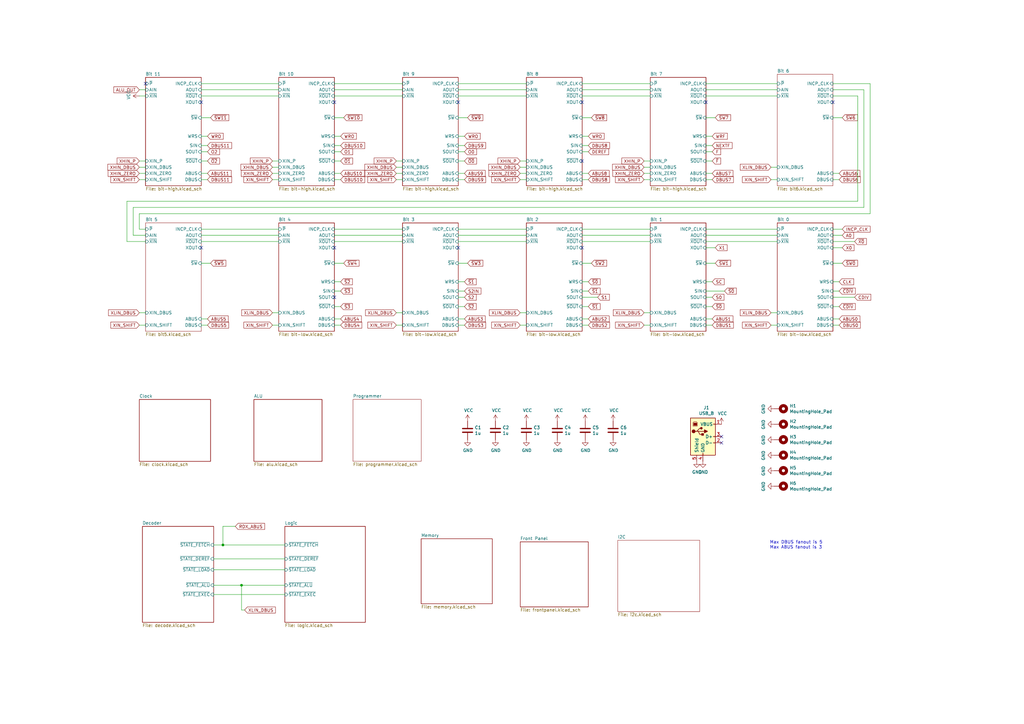
<source format=kicad_sch>
(kicad_sch (version 20210126) (generator eeschema)
  (paper "A3")
  (title_block (title "Q2") (date "2021-02-05") (rev "1") (company "joewing.net"))
  (lib_symbols
    (symbol "Connector:USB_B" (pin_names (offset 1.016))
      (property "Reference" "J" (at -5.08 11.43 0))
      (property "Value" "USB_B" (at -5.08 8.89 0))
      (symbol "USB_B_0_1"
        (circle (center -3.81 2.159) (radius 0.635) (stroke (width 0.254)) (fill (type outline)))
        (circle (center -0.635 3.429) (radius 0.381) (stroke (width 0.254)) (fill (type outline)))
        (rectangle (start -0.127 -7.62) (end 0.127 -6.858))
        (rectangle (start 5.08 -2.667) (end 4.318 -2.413))
        (rectangle (start 5.08 -0.127) (end 4.318 0.127))
        (rectangle (start 5.08 4.953) (end 4.318 5.207))
        (rectangle (start -3.81 5.588) (end -2.54 4.572) (fill (type outline)))
        (rectangle (start 0.254 1.27) (end -0.508 0.508) (stroke (width 0.254)) (fill (type outline)))
        (rectangle (start -5.08 -7.62) (end 5.08 7.62) (stroke (width 0.254)) (fill (type background)))
        (polyline (pts (xy -1.905 2.159) (xy 0.635 2.159)) (stroke (width 0.254)))
        (polyline (pts (xy -3.175 2.159) (xy -2.54 2.159) (xy -1.27 3.429) (xy -0.635 3.429)) (stroke (width 0.254)))
        (polyline (pts (xy -2.54 2.159) (xy -1.905 2.159) (xy -1.27 0.889) (xy 0 0.889)) (stroke (width 0.254)))
        (polyline (pts (xy -4.064 4.318) (xy -2.286 4.318) (xy -2.286 5.715) (xy -2.667 6.096) (xy -3.683 6.096) (xy -4.064 5.715) (xy -4.064 4.318)))
        (polyline (pts (xy 0.635 2.794) (xy 0.635 1.524) (xy 1.905 2.159) (xy 0.635 2.794)) (stroke (width 0.254)) (fill (type outline)))
      )
      (symbol "USB_B_1_1"
        (pin power_out line (at 7.62 5.08 180) (length 2.54) (name "VBUS") (number "1"))
        (pin bidirectional line (at 7.62 -2.54 180) (length 2.54) (name "D-") (number "2"))
        (pin bidirectional line (at 7.62 0 180) (length 2.54) (name "D+") (number "3"))
        (pin power_out line (at 0 -10.16 90) (length 2.54) (name "GND") (number "4"))
        (pin passive line (at -2.54 -10.16 90) (length 2.54) (name "Shield") (number "5"))
      )
    )
    (symbol "Device:C" (pin_numbers hide) (pin_names (offset 0.254))
      (property "Reference" "C" (at 0.635 2.54 0))
      (property "Value" "C" (at 0.635 -2.54 0))
      (symbol "C_0_1"
        (polyline (pts (xy -2.032 -0.762) (xy 2.032 -0.762)) (stroke (width 0.508)))
        (polyline (pts (xy -2.032 0.762) (xy 2.032 0.762)) (stroke (width 0.508)))
      )
      (symbol "C_1_1"
        (pin passive line (at 0 3.81 270) (length 2.794) (name "~") (number "1"))
        (pin passive line (at 0 -3.81 90) (length 2.794) (name "~") (number "2"))
      )
    )
    (symbol "Mechanical:MountingHole_Pad" (pin_numbers hide) (pin_names (offset 1.016) hide)
      (property "Reference" "H" (at 0 6.35 0))
      (property "Value" "MountingHole_Pad" (at 0 4.445 0))
      (symbol "MountingHole_Pad_0_1"
        (circle (center 0 1.27) (radius 1.27) (stroke (width 1.27)))
      )
      (symbol "MountingHole_Pad_1_1"
        (pin input line (at 0 -2.54 90) (length 2.54) (name "1") (number "1"))
      )
    )
    (symbol "power:GND" (power) (pin_names (offset 0))
      (property "Value" "GND" (at 0 -3.81 0))
      (symbol "GND_0_1"
        (polyline (pts (xy 0 0) (xy 0 -1.27) (xy 1.27 -1.27) (xy 0 -2.54) (xy -1.27 -1.27) (xy 0 -1.27)))
      )
      (symbol "GND_1_1"
        (pin power_in line (at 0 0 270) (length 0) hide (name "GND") (number "1"))
      )
    )
    (symbol "power:VCC" (power) (pin_names (offset 0))
      (property "Value" "VCC" (at 0 3.81 0))
      (symbol "VCC_0_1"
        (polyline (pts (xy -0.762 1.27) (xy 0 2.54)))
        (polyline (pts (xy 0 0) (xy 0 2.54)))
        (polyline (pts (xy 0 2.54) (xy 0.762 1.27)))
      )
      (symbol "VCC_1_1"
        (pin power_in line (at 0 0 90) (length 0) hide (name "VCC") (number "1"))
      )
    )
  )
  (junction (at 91.44 223.52) (diameter 0.9144))
  (junction (at 99.06 240.03) (diameter 0.9144))
  (no_connect (at 59.69 34.29))
  (no_connect (at 82.55 41.91))
  (no_connect (at 82.55 101.6))
  (no_connect (at 137.16 41.91))
  (no_connect (at 137.16 101.6))
  (no_connect (at 137.16 121.92))
  (no_connect (at 187.96 41.91))
  (no_connect (at 187.96 101.6))
  (no_connect (at 238.76 41.91))
  (no_connect (at 238.76 66.04))
  (no_connect (at 238.76 101.6))
  (no_connect (at 289.56 41.91))
  (no_connect (at 295.91 179.07))
  (no_connect (at 295.91 181.61))
  (no_connect (at 341.63 41.91))
  (wire (pts (xy 52.07 82.55) (xy 351.79 82.55)))
  (wire (pts (xy 52.07 99.06) (xy 52.07 82.55)))
  (wire (pts (xy 52.07 99.06) (xy 59.69 99.06)))
  (wire (pts (xy 54.61 85.09) (xy 54.61 96.52)))
  (wire (pts (xy 54.61 85.09) (xy 354.33 85.09)))
  (wire (pts (xy 54.61 96.52) (xy 59.69 96.52)))
  (wire (pts (xy 57.15 36.83) (xy 59.69 36.83)))
  (wire (pts (xy 57.15 39.37) (xy 59.69 39.37)))
  (wire (pts (xy 57.15 66.04) (xy 59.69 66.04)))
  (wire (pts (xy 57.15 68.58) (xy 59.69 68.58)))
  (wire (pts (xy 57.15 71.12) (xy 59.69 71.12)))
  (wire (pts (xy 57.15 73.66) (xy 59.69 73.66)))
  (wire (pts (xy 57.15 87.63) (xy 356.87 87.63)))
  (wire (pts (xy 57.15 93.98) (xy 57.15 87.63)))
  (wire (pts (xy 57.15 128.27) (xy 59.69 128.27)))
  (wire (pts (xy 57.15 133.35) (xy 59.69 133.35)))
  (wire (pts (xy 59.69 93.98) (xy 57.15 93.98)))
  (wire (pts (xy 82.55 34.29) (xy 114.3 34.29)))
  (wire (pts (xy 82.55 39.37) (xy 114.3 39.37)))
  (wire (pts (xy 82.55 55.88) (xy 85.09 55.88)))
  (wire (pts (xy 82.55 62.23) (xy 85.09 62.23)))
  (wire (pts (xy 82.55 66.04) (xy 85.09 66.04)))
  (wire (pts (xy 82.55 71.12) (xy 85.09 71.12)))
  (wire (pts (xy 82.55 73.66) (xy 85.09 73.66)))
  (wire (pts (xy 82.55 96.52) (xy 114.3 96.52)))
  (wire (pts (xy 82.55 99.06) (xy 114.3 99.06)))
  (wire (pts (xy 82.55 130.81) (xy 85.09 130.81)))
  (wire (pts (xy 82.55 133.35) (xy 85.09 133.35)))
  (wire (pts (xy 85.09 59.69) (xy 82.55 59.69)))
  (wire (pts (xy 86.36 48.26) (xy 82.55 48.26)))
  (wire (pts (xy 86.36 107.95) (xy 82.55 107.95)))
  (wire (pts (xy 87.63 223.52) (xy 91.44 223.52)))
  (wire (pts (xy 87.63 229.235) (xy 116.84 229.235)))
  (wire (pts (xy 87.63 233.68) (xy 116.84 233.68)))
  (wire (pts (xy 87.63 240.03) (xy 99.06 240.03)))
  (wire (pts (xy 87.63 243.84) (xy 116.84 243.84)))
  (wire (pts (xy 91.44 215.9) (xy 91.44 223.52)))
  (wire (pts (xy 91.44 223.52) (xy 116.84 223.52)))
  (wire (pts (xy 96.52 215.9) (xy 91.44 215.9)))
  (wire (pts (xy 99.06 240.03) (xy 116.84 240.03)))
  (wire (pts (xy 99.06 250.19) (xy 99.06 240.03)))
  (wire (pts (xy 100.33 250.19) (xy 99.06 250.19)))
  (wire (pts (xy 111.76 66.04) (xy 114.3 66.04)))
  (wire (pts (xy 111.76 68.58) (xy 114.3 68.58)))
  (wire (pts (xy 111.76 71.12) (xy 114.3 71.12)))
  (wire (pts (xy 111.76 73.66) (xy 114.3 73.66)))
  (wire (pts (xy 111.76 128.27) (xy 114.3 128.27)))
  (wire (pts (xy 111.76 133.35) (xy 114.3 133.35)))
  (wire (pts (xy 114.3 36.83) (xy 82.55 36.83)))
  (wire (pts (xy 114.3 93.98) (xy 82.55 93.98)))
  (wire (pts (xy 137.16 34.29) (xy 165.1 34.29)))
  (wire (pts (xy 137.16 36.83) (xy 165.1 36.83)))
  (wire (pts (xy 137.16 39.37) (xy 165.1 39.37)))
  (wire (pts (xy 137.16 55.88) (xy 139.7 55.88)))
  (wire (pts (xy 137.16 62.23) (xy 139.7 62.23)))
  (wire (pts (xy 137.16 66.04) (xy 139.7 66.04)))
  (wire (pts (xy 137.16 71.12) (xy 139.7 71.12)))
  (wire (pts (xy 137.16 73.66) (xy 139.7 73.66)))
  (wire (pts (xy 137.16 93.98) (xy 165.1 93.98)))
  (wire (pts (xy 137.16 96.52) (xy 165.1 96.52)))
  (wire (pts (xy 137.16 99.06) (xy 165.1 99.06)))
  (wire (pts (xy 137.16 115.57) (xy 139.7 115.57)))
  (wire (pts (xy 137.16 125.73) (xy 139.7 125.73)))
  (wire (pts (xy 137.16 130.81) (xy 139.7 130.81)))
  (wire (pts (xy 137.16 133.35) (xy 139.7 133.35)))
  (wire (pts (xy 139.7 59.69) (xy 137.16 59.69)))
  (wire (pts (xy 139.7 119.38) (xy 137.16 119.38)))
  (wire (pts (xy 140.97 48.26) (xy 137.16 48.26)))
  (wire (pts (xy 140.97 107.95) (xy 137.16 107.95)))
  (wire (pts (xy 162.56 66.04) (xy 165.1 66.04)))
  (wire (pts (xy 162.56 68.58) (xy 165.1 68.58)))
  (wire (pts (xy 162.56 71.12) (xy 165.1 71.12)))
  (wire (pts (xy 162.56 73.66) (xy 165.1 73.66)))
  (wire (pts (xy 162.56 128.27) (xy 165.1 128.27)))
  (wire (pts (xy 162.56 133.35) (xy 165.1 133.35)))
  (wire (pts (xy 187.96 34.29) (xy 215.9 34.29)))
  (wire (pts (xy 187.96 36.83) (xy 215.9 36.83)))
  (wire (pts (xy 187.96 39.37) (xy 215.9 39.37)))
  (wire (pts (xy 187.96 55.88) (xy 190.5 55.88)))
  (wire (pts (xy 187.96 62.23) (xy 190.5 62.23)))
  (wire (pts (xy 187.96 66.04) (xy 190.5 66.04)))
  (wire (pts (xy 187.96 71.12) (xy 190.5 71.12)))
  (wire (pts (xy 187.96 73.66) (xy 190.5 73.66)))
  (wire (pts (xy 187.96 93.98) (xy 215.9 93.98)))
  (wire (pts (xy 187.96 96.52) (xy 215.9 96.52)))
  (wire (pts (xy 187.96 99.06) (xy 215.9 99.06)))
  (wire (pts (xy 187.96 115.57) (xy 190.5 115.57)))
  (wire (pts (xy 187.96 121.92) (xy 190.5 121.92)))
  (wire (pts (xy 187.96 125.73) (xy 190.5 125.73)))
  (wire (pts (xy 187.96 130.81) (xy 190.5 130.81)))
  (wire (pts (xy 187.96 133.35) (xy 190.5 133.35)))
  (wire (pts (xy 190.5 59.69) (xy 187.96 59.69)))
  (wire (pts (xy 190.5 119.38) (xy 187.96 119.38)))
  (wire (pts (xy 191.77 48.26) (xy 187.96 48.26)))
  (wire (pts (xy 191.77 107.95) (xy 187.96 107.95)))
  (wire (pts (xy 213.36 66.04) (xy 215.9 66.04)))
  (wire (pts (xy 213.36 68.58) (xy 215.9 68.58)))
  (wire (pts (xy 213.36 71.12) (xy 215.9 71.12)))
  (wire (pts (xy 213.36 73.66) (xy 215.9 73.66)))
  (wire (pts (xy 213.36 128.27) (xy 215.9 128.27)))
  (wire (pts (xy 213.36 133.35) (xy 215.9 133.35)))
  (wire (pts (xy 238.76 34.29) (xy 266.7 34.29)))
  (wire (pts (xy 238.76 36.83) (xy 266.7 36.83)))
  (wire (pts (xy 238.76 39.37) (xy 266.7 39.37)))
  (wire (pts (xy 238.76 55.88) (xy 241.3 55.88)))
  (wire (pts (xy 238.76 62.23) (xy 241.3 62.23)))
  (wire (pts (xy 238.76 71.12) (xy 241.3 71.12)))
  (wire (pts (xy 238.76 73.66) (xy 241.3 73.66)))
  (wire (pts (xy 238.76 93.98) (xy 266.7 93.98)))
  (wire (pts (xy 238.76 96.52) (xy 266.7 96.52)))
  (wire (pts (xy 238.76 99.06) (xy 266.7 99.06)))
  (wire (pts (xy 238.76 115.57) (xy 241.3 115.57)))
  (wire (pts (xy 238.76 121.92) (xy 245.11 121.92)))
  (wire (pts (xy 238.76 125.73) (xy 241.3 125.73)))
  (wire (pts (xy 238.76 130.81) (xy 241.3 130.81)))
  (wire (pts (xy 238.76 133.35) (xy 241.3 133.35)))
  (wire (pts (xy 241.3 59.69) (xy 238.76 59.69)))
  (wire (pts (xy 241.3 119.38) (xy 238.76 119.38)))
  (wire (pts (xy 242.57 48.26) (xy 238.76 48.26)))
  (wire (pts (xy 242.57 107.95) (xy 238.76 107.95)))
  (wire (pts (xy 264.16 66.04) (xy 266.7 66.04)))
  (wire (pts (xy 264.16 68.58) (xy 266.7 68.58)))
  (wire (pts (xy 264.16 71.12) (xy 266.7 71.12)))
  (wire (pts (xy 264.16 73.66) (xy 266.7 73.66)))
  (wire (pts (xy 264.16 128.27) (xy 266.7 128.27)))
  (wire (pts (xy 264.16 133.35) (xy 266.7 133.35)))
  (wire (pts (xy 289.56 34.29) (xy 318.77 34.29)))
  (wire (pts (xy 289.56 36.83) (xy 318.77 36.83)))
  (wire (pts (xy 289.56 39.37) (xy 318.77 39.37)))
  (wire (pts (xy 289.56 55.88) (xy 292.1 55.88)))
  (wire (pts (xy 289.56 62.23) (xy 292.1 62.23)))
  (wire (pts (xy 289.56 66.04) (xy 292.1 66.04)))
  (wire (pts (xy 289.56 71.12) (xy 292.1 71.12)))
  (wire (pts (xy 289.56 73.66) (xy 292.1 73.66)))
  (wire (pts (xy 289.56 93.98) (xy 318.77 93.98)))
  (wire (pts (xy 289.56 96.52) (xy 318.77 96.52)))
  (wire (pts (xy 289.56 99.06) (xy 318.77 99.06)))
  (wire (pts (xy 289.56 115.57) (xy 292.1 115.57)))
  (wire (pts (xy 289.56 119.38) (xy 297.18 119.38)))
  (wire (pts (xy 289.56 121.92) (xy 292.1 121.92)))
  (wire (pts (xy 289.56 125.73) (xy 292.1 125.73)))
  (wire (pts (xy 289.56 130.81) (xy 292.1 130.81)))
  (wire (pts (xy 289.56 133.35) (xy 292.1 133.35)))
  (wire (pts (xy 292.1 59.69) (xy 289.56 59.69)))
  (wire (pts (xy 293.37 48.26) (xy 289.56 48.26)))
  (wire (pts (xy 293.37 101.6) (xy 289.56 101.6)))
  (wire (pts (xy 293.37 107.95) (xy 289.56 107.95)))
  (wire (pts (xy 316.23 68.58) (xy 318.77 68.58)))
  (wire (pts (xy 316.23 73.66) (xy 318.77 73.66)))
  (wire (pts (xy 316.23 128.27) (xy 318.77 128.27)))
  (wire (pts (xy 316.23 133.35) (xy 318.77 133.35)))
  (wire (pts (xy 341.63 36.83) (xy 354.33 36.83)))
  (wire (pts (xy 341.63 71.12) (xy 344.17 71.12)))
  (wire (pts (xy 341.63 73.66) (xy 344.17 73.66)))
  (wire (pts (xy 341.63 93.98) (xy 345.44 93.98)))
  (wire (pts (xy 341.63 115.57) (xy 344.17 115.57)))
  (wire (pts (xy 341.63 121.92) (xy 350.52 121.92)))
  (wire (pts (xy 341.63 125.73) (xy 344.17 125.73)))
  (wire (pts (xy 341.63 130.81) (xy 344.17 130.81)))
  (wire (pts (xy 341.63 133.35) (xy 344.17 133.35)))
  (wire (pts (xy 344.17 119.38) (xy 341.63 119.38)))
  (wire (pts (xy 345.44 48.26) (xy 341.63 48.26)))
  (wire (pts (xy 345.44 96.52) (xy 341.63 96.52)))
  (wire (pts (xy 345.44 101.6) (xy 341.63 101.6)))
  (wire (pts (xy 345.44 107.95) (xy 341.63 107.95)))
  (wire (pts (xy 350.52 99.06) (xy 341.63 99.06)))
  (wire (pts (xy 351.79 39.37) (xy 341.63 39.37)))
  (wire (pts (xy 351.79 82.55) (xy 351.79 39.37)))
  (wire (pts (xy 354.33 36.83) (xy 354.33 85.09)))
  (wire (pts (xy 356.87 34.29) (xy 341.63 34.29)))
  (wire (pts (xy 356.87 34.29) (xy 356.87 87.63)))
  (text "Max DBUS fanout is 5\nMax ABUS fanout is 3" (at 315.722 225.298 0) (effects (font (size 1.27 1.27)) (justify left bottom)))
  (global_label "ALU_OUT" (shape input) (at 57.15 36.83 180) (property "Intersheet References" "${INTERSHEET_REFS}" (effects hide)))
  (global_label "XHIN_P" (shape input) (at 57.15 66.04 180) (property "Intersheet References" "${INTERSHEET_REFS}" (effects hide)))
  (global_label "XHIN_DBUS" (shape input) (at 57.15 68.58 180) (property "Intersheet References" "${INTERSHEET_REFS}" (effects hide)))
  (global_label "XHIN_ZERO" (shape input) (at 57.15 71.12 180) (property "Intersheet References" "${INTERSHEET_REFS}" (effects hide)))
  (global_label "XIN_SHIFT" (shape input) (at 57.15 73.66 180) (property "Intersheet References" "${INTERSHEET_REFS}" (effects hide)))
  (global_label "XLIN_DBUS" (shape input) (at 57.15 128.27 180) (property "Intersheet References" "${INTERSHEET_REFS}" (effects hide)))
  (global_label "XIN_SHIFT" (shape input) (at 57.15 133.35 180) (property "Intersheet References" "${INTERSHEET_REFS}" (effects hide)))
  (global_label "WRO" (shape input) (at 85.09 55.88 0) (property "Intersheet References" "${INTERSHEET_REFS}" (effects hide)))
  (global_label "DBUS11" (shape input) (at 85.09 59.69 0) (property "Intersheet References" "${INTERSHEET_REFS}" (effects hide)))
  (global_label "O2" (shape input) (at 85.09 62.23 0) (property "Intersheet References" "${INTERSHEET_REFS}" (effects hide)))
  (global_label "~O2" (shape input) (at 85.09 66.04 0) (property "Intersheet References" "${INTERSHEET_REFS}" (effects hide)))
  (global_label "ABUS11" (shape input) (at 85.09 71.12 0) (property "Intersheet References" "${INTERSHEET_REFS}" (effects hide)))
  (global_label "DBUS11" (shape input) (at 85.09 73.66 0) (property "Intersheet References" "${INTERSHEET_REFS}" (effects hide)))
  (global_label "ABUS5" (shape input) (at 85.09 130.81 0) (property "Intersheet References" "${INTERSHEET_REFS}" (effects hide)))
  (global_label "DBUS5" (shape input) (at 85.09 133.35 0) (property "Intersheet References" "${INTERSHEET_REFS}" (effects hide)))
  (global_label "~SW11" (shape input) (at 86.36 48.26 0) (property "Intersheet References" "${INTERSHEET_REFS}" (effects hide)))
  (global_label "~SW5" (shape input) (at 86.36 107.95 0) (property "Intersheet References" "${INTERSHEET_REFS}" (effects hide)))
  (global_label "RDX_ABUS" (shape input) (at 96.52 215.9 0) (property "Intersheet References" "${INTERSHEET_REFS}" (effects hide)))
  (global_label "XLIN_DBUS" (shape input) (at 100.33 250.19 0) (property "Intersheet References" "${INTERSHEET_REFS}" (effects hide)))
  (global_label "XHIN_P" (shape input) (at 111.76 66.04 180) (property "Intersheet References" "${INTERSHEET_REFS}" (effects hide)))
  (global_label "XHIN_DBUS" (shape input) (at 111.76 68.58 180) (property "Intersheet References" "${INTERSHEET_REFS}" (effects hide)))
  (global_label "XHIN_ZERO" (shape input) (at 111.76 71.12 180) (property "Intersheet References" "${INTERSHEET_REFS}" (effects hide)))
  (global_label "XIN_SHIFT" (shape input) (at 111.76 73.66 180) (property "Intersheet References" "${INTERSHEET_REFS}" (effects hide)))
  (global_label "XLIN_DBUS" (shape input) (at 111.76 128.27 180) (property "Intersheet References" "${INTERSHEET_REFS}" (effects hide)))
  (global_label "XIN_SHIFT" (shape input) (at 111.76 133.35 180) (property "Intersheet References" "${INTERSHEET_REFS}" (effects hide)))
  (global_label "WRO" (shape input) (at 139.7 55.88 0) (property "Intersheet References" "${INTERSHEET_REFS}" (effects hide)))
  (global_label "DBUS10" (shape input) (at 139.7 59.69 0) (property "Intersheet References" "${INTERSHEET_REFS}" (effects hide)))
  (global_label "O1" (shape input) (at 139.7 62.23 0) (property "Intersheet References" "${INTERSHEET_REFS}" (effects hide)))
  (global_label "~O1" (shape input) (at 139.7 66.04 0) (property "Intersheet References" "${INTERSHEET_REFS}" (effects hide)))
  (global_label "ABUS10" (shape input) (at 139.7 71.12 0) (property "Intersheet References" "${INTERSHEET_REFS}" (effects hide)))
  (global_label "DBUS10" (shape input) (at 139.7 73.66 0) (property "Intersheet References" "${INTERSHEET_REFS}" (effects hide)))
  (global_label "~S2" (shape input) (at 139.7 115.57 0) (property "Intersheet References" "${INTERSHEET_REFS}" (effects hide)))
  (global_label "~S3" (shape input) (at 139.7 119.38 0) (property "Intersheet References" "${INTERSHEET_REFS}" (effects hide)))
  (global_label "~S3" (shape input) (at 139.7 125.73 0) (property "Intersheet References" "${INTERSHEET_REFS}" (effects hide)))
  (global_label "ABUS4" (shape input) (at 139.7 130.81 0) (property "Intersheet References" "${INTERSHEET_REFS}" (effects hide)))
  (global_label "DBUS4" (shape input) (at 139.7 133.35 0) (property "Intersheet References" "${INTERSHEET_REFS}" (effects hide)))
  (global_label "~SW10" (shape input) (at 140.97 48.26 0) (property "Intersheet References" "${INTERSHEET_REFS}" (effects hide)))
  (global_label "~SW4" (shape input) (at 140.97 107.95 0) (property "Intersheet References" "${INTERSHEET_REFS}" (effects hide)))
  (global_label "XHIN_P" (shape input) (at 162.56 66.04 180) (property "Intersheet References" "${INTERSHEET_REFS}" (effects hide)))
  (global_label "XHIN_DBUS" (shape input) (at 162.56 68.58 180) (property "Intersheet References" "${INTERSHEET_REFS}" (effects hide)))
  (global_label "XHIN_ZERO" (shape input) (at 162.56 71.12 180) (property "Intersheet References" "${INTERSHEET_REFS}" (effects hide)))
  (global_label "XIN_SHIFT" (shape input) (at 162.56 73.66 180) (property "Intersheet References" "${INTERSHEET_REFS}" (effects hide)))
  (global_label "XLIN_DBUS" (shape input) (at 162.56 128.27 180) (property "Intersheet References" "${INTERSHEET_REFS}" (effects hide)))
  (global_label "XIN_SHIFT" (shape input) (at 162.56 133.35 180) (property "Intersheet References" "${INTERSHEET_REFS}" (effects hide)))
  (global_label "WRO" (shape input) (at 190.5 55.88 0) (property "Intersheet References" "${INTERSHEET_REFS}" (effects hide)))
  (global_label "DBUS9" (shape input) (at 190.5 59.69 0) (property "Intersheet References" "${INTERSHEET_REFS}" (effects hide)))
  (global_label "O0" (shape input) (at 190.5 62.23 0) (property "Intersheet References" "${INTERSHEET_REFS}" (effects hide)))
  (global_label "~O0" (shape input) (at 190.5 66.04 0) (property "Intersheet References" "${INTERSHEET_REFS}" (effects hide)))
  (global_label "ABUS9" (shape input) (at 190.5 71.12 0) (property "Intersheet References" "${INTERSHEET_REFS}" (effects hide)))
  (global_label "DBUS9" (shape input) (at 190.5 73.66 0) (property "Intersheet References" "${INTERSHEET_REFS}" (effects hide)))
  (global_label "~S1" (shape input) (at 190.5 115.57 0) (property "Intersheet References" "${INTERSHEET_REFS}" (effects hide)))
  (global_label "S2IN" (shape input) (at 190.5 119.38 0) (property "Intersheet References" "${INTERSHEET_REFS}" (effects hide)))
  (global_label "S2" (shape input) (at 190.5 121.92 0) (property "Intersheet References" "${INTERSHEET_REFS}" (effects hide)))
  (global_label "~S2" (shape input) (at 190.5 125.73 0) (property "Intersheet References" "${INTERSHEET_REFS}" (effects hide)))
  (global_label "ABUS3" (shape input) (at 190.5 130.81 0) (property "Intersheet References" "${INTERSHEET_REFS}" (effects hide)))
  (global_label "DBUS3" (shape input) (at 190.5 133.35 0) (property "Intersheet References" "${INTERSHEET_REFS}" (effects hide)))
  (global_label "~SW9" (shape input) (at 191.77 48.26 0) (property "Intersheet References" "${INTERSHEET_REFS}" (effects hide)))
  (global_label "~SW3" (shape input) (at 191.77 107.95 0) (property "Intersheet References" "${INTERSHEET_REFS}" (effects hide)))
  (global_label "XHIN_P" (shape input) (at 213.36 66.04 180) (property "Intersheet References" "${INTERSHEET_REFS}" (effects hide)))
  (global_label "XHIN_DBUS" (shape input) (at 213.36 68.58 180) (property "Intersheet References" "${INTERSHEET_REFS}" (effects hide)))
  (global_label "XHIN_ZERO" (shape input) (at 213.36 71.12 180) (property "Intersheet References" "${INTERSHEET_REFS}" (effects hide)))
  (global_label "XIN_SHIFT" (shape input) (at 213.36 73.66 180) (property "Intersheet References" "${INTERSHEET_REFS}" (effects hide)))
  (global_label "XLIN_DBUS" (shape input) (at 213.36 128.27 180) (property "Intersheet References" "${INTERSHEET_REFS}" (effects hide)))
  (global_label "XIN_SHIFT" (shape input) (at 213.36 133.35 180) (property "Intersheet References" "${INTERSHEET_REFS}" (effects hide)))
  (global_label "WRO" (shape input) (at 241.3 55.88 0) (property "Intersheet References" "${INTERSHEET_REFS}" (effects hide)))
  (global_label "DBUS8" (shape input) (at 241.3 59.69 0) (property "Intersheet References" "${INTERSHEET_REFS}" (effects hide)))
  (global_label "DEREF" (shape input) (at 241.3 62.23 0) (property "Intersheet References" "${INTERSHEET_REFS}" (effects hide)))
  (global_label "ABUS8" (shape input) (at 241.3 71.12 0) (property "Intersheet References" "${INTERSHEET_REFS}" (effects hide)))
  (global_label "DBUS8" (shape input) (at 241.3 73.66 0) (property "Intersheet References" "${INTERSHEET_REFS}" (effects hide)))
  (global_label "~S0" (shape input) (at 241.3 115.57 0) (property "Intersheet References" "${INTERSHEET_REFS}" (effects hide)))
  (global_label "~S1" (shape input) (at 241.3 119.38 0) (property "Intersheet References" "${INTERSHEET_REFS}" (effects hide)))
  (global_label "~S1" (shape input) (at 241.3 125.73 0) (property "Intersheet References" "${INTERSHEET_REFS}" (effects hide)))
  (global_label "ABUS2" (shape input) (at 241.3 130.81 0) (property "Intersheet References" "${INTERSHEET_REFS}" (effects hide)))
  (global_label "DBUS2" (shape input) (at 241.3 133.35 0) (property "Intersheet References" "${INTERSHEET_REFS}" (effects hide)))
  (global_label "~SW8" (shape input) (at 242.57 48.26 0) (property "Intersheet References" "${INTERSHEET_REFS}" (effects hide)))
  (global_label "~SW2" (shape input) (at 242.57 107.95 0) (property "Intersheet References" "${INTERSHEET_REFS}" (effects hide)))
  (global_label "S1" (shape input) (at 245.11 121.92 0) (property "Intersheet References" "${INTERSHEET_REFS}" (effects hide)))
  (global_label "XHIN_P" (shape input) (at 264.16 66.04 180) (property "Intersheet References" "${INTERSHEET_REFS}" (effects hide)))
  (global_label "XHIN_DBUS" (shape input) (at 264.16 68.58 180) (property "Intersheet References" "${INTERSHEET_REFS}" (effects hide)))
  (global_label "XHIN_ZERO" (shape input) (at 264.16 71.12 180) (property "Intersheet References" "${INTERSHEET_REFS}" (effects hide)))
  (global_label "XIN_SHIFT" (shape input) (at 264.16 73.66 180) (property "Intersheet References" "${INTERSHEET_REFS}" (effects hide)))
  (global_label "XLIN_DBUS" (shape input) (at 264.16 128.27 180) (property "Intersheet References" "${INTERSHEET_REFS}" (effects hide)))
  (global_label "XIN_SHIFT" (shape input) (at 264.16 133.35 180) (property "Intersheet References" "${INTERSHEET_REFS}" (effects hide)))
  (global_label "WRF" (shape input) (at 292.1 55.88 0) (property "Intersheet References" "${INTERSHEET_REFS}" (effects hide)))
  (global_label "NEXTF" (shape input) (at 292.1 59.69 0) (property "Intersheet References" "${INTERSHEET_REFS}" (effects hide)))
  (global_label "F" (shape input) (at 292.1 62.23 0) (property "Intersheet References" "${INTERSHEET_REFS}" (effects hide)))
  (global_label "~F" (shape input) (at 292.1 66.04 0) (property "Intersheet References" "${INTERSHEET_REFS}" (effects hide)))
  (global_label "ABUS7" (shape input) (at 292.1 71.12 0) (property "Intersheet References" "${INTERSHEET_REFS}" (effects hide)))
  (global_label "DBUS7" (shape input) (at 292.1 73.66 0) (property "Intersheet References" "${INTERSHEET_REFS}" (effects hide)))
  (global_label "SC" (shape input) (at 292.1 115.57 0) (property "Intersheet References" "${INTERSHEET_REFS}" (effects hide)))
  (global_label "S0" (shape input) (at 292.1 121.92 0) (property "Intersheet References" "${INTERSHEET_REFS}" (effects hide)))
  (global_label "~S0" (shape input) (at 292.1 125.73 0) (property "Intersheet References" "${INTERSHEET_REFS}" (effects hide)))
  (global_label "ABUS1" (shape input) (at 292.1 130.81 0) (property "Intersheet References" "${INTERSHEET_REFS}" (effects hide)))
  (global_label "DBUS1" (shape input) (at 292.1 133.35 0) (property "Intersheet References" "${INTERSHEET_REFS}" (effects hide)))
  (global_label "~SW7" (shape input) (at 293.37 48.26 0) (property "Intersheet References" "${INTERSHEET_REFS}" (effects hide)))
  (global_label "X1" (shape input) (at 293.37 101.6 0) (property "Intersheet References" "${INTERSHEET_REFS}" (effects hide)))
  (global_label "~SW1" (shape input) (at 293.37 107.95 0) (property "Intersheet References" "${INTERSHEET_REFS}" (effects hide)))
  (global_label "~S0" (shape input) (at 297.18 119.38 0) (property "Intersheet References" "${INTERSHEET_REFS}" (effects hide)))
  (global_label "XLIN_DBUS" (shape input) (at 316.23 68.58 180) (property "Intersheet References" "${INTERSHEET_REFS}" (effects hide)))
  (global_label "XIN_SHIFT" (shape input) (at 316.23 73.66 180) (property "Intersheet References" "${INTERSHEET_REFS}" (effects hide)))
  (global_label "XLIN_DBUS" (shape input) (at 316.23 128.27 180) (property "Intersheet References" "${INTERSHEET_REFS}" (effects hide)))
  (global_label "XIN_SHIFT" (shape input) (at 316.23 133.35 180) (property "Intersheet References" "${INTERSHEET_REFS}" (effects hide)))
  (global_label "ABUS6" (shape input) (at 344.17 71.12 0) (property "Intersheet References" "${INTERSHEET_REFS}" (effects hide)))
  (global_label "DBUS6" (shape input) (at 344.17 73.66 0) (property "Intersheet References" "${INTERSHEET_REFS}" (effects hide)))
  (global_label "CLK" (shape input) (at 344.17 115.57 0) (property "Intersheet References" "${INTERSHEET_REFS}" (effects hide)))
  (global_label "~CDIV" (shape input) (at 344.17 119.38 0) (property "Intersheet References" "${INTERSHEET_REFS}" (effects hide)))
  (global_label "~CDIV" (shape input) (at 344.17 125.73 0) (property "Intersheet References" "${INTERSHEET_REFS}" (effects hide)))
  (global_label "ABUS0" (shape input) (at 344.17 130.81 0) (property "Intersheet References" "${INTERSHEET_REFS}" (effects hide)))
  (global_label "DBUS0" (shape input) (at 344.17 133.35 0) (property "Intersheet References" "${INTERSHEET_REFS}" (effects hide)))
  (global_label "~SW6" (shape input) (at 345.44 48.26 0) (property "Intersheet References" "${INTERSHEET_REFS}" (effects hide)))
  (global_label "INCP_CLK" (shape input) (at 345.44 93.98 0) (property "Intersheet References" "${INTERSHEET_REFS}" (effects hide)))
  (global_label "A0" (shape input) (at 345.44 96.52 0) (property "Intersheet References" "${INTERSHEET_REFS}" (effects hide)))
  (global_label "X0" (shape input) (at 345.44 101.6 0) (property "Intersheet References" "${INTERSHEET_REFS}" (effects hide)))
  (global_label "~SW0" (shape input) (at 345.44 107.95 0) (property "Intersheet References" "${INTERSHEET_REFS}" (effects hide)))
  (global_label "~X0" (shape input) (at 350.52 99.06 0) (property "Intersheet References" "${INTERSHEET_REFS}" (effects hide)))
  (global_label "CDIV" (shape input) (at 350.52 121.92 0) (property "Intersheet References" "${INTERSHEET_REFS}" (effects hide)))
  (symbol (lib_id "power:VCC") (at 57.15 39.37 90) (unit 1)
    (property "Reference" "#PWR01" (effects hide))
    (property "Value" "VCC" (at 52.7558 38.9382 0))
  )
  (symbol (lib_id "power:VCC") (at 191.77 172.72 0) (unit 1)
    (property "Reference" "#PWR03" (effects hide))
    (property "Value" "VCC" (at 192.2018 168.3258 0))
  )
  (symbol (lib_id "power:VCC") (at 203.2 172.72 0) (unit 1)
    (property "Reference" "#PWR04" (effects hide))
    (property "Value" "VCC" (at 203.6318 168.3258 0))
  )
  (symbol (lib_id "power:VCC") (at 215.9 172.72 0) (unit 1)
    (property "Reference" "#PWR05" (effects hide))
    (property "Value" "VCC" (at 216.3318 168.3258 0))
  )
  (symbol (lib_id "power:VCC") (at 228.6 172.72 0) (unit 1)
    (property "Reference" "#PWR06" (effects hide))
    (property "Value" "VCC" (at 229.0318 168.3258 0))
  )
  (symbol (lib_id "power:VCC") (at 240.03 172.72 0) (unit 1)
    (property "Reference" "#PWR07" (effects hide))
    (property "Value" "VCC" (at 240.4618 168.3258 0))
  )
  (symbol (lib_id "power:VCC") (at 251.46 172.72 0) (unit 1)
    (property "Reference" "#PWR08" (effects hide))
    (property "Value" "VCC" (at 251.8918 168.3258 0))
  )
  (symbol (lib_id "power:VCC") (at 295.91 173.99 0) (unit 1)
    (property "Reference" "#PWR09" (effects hide))
    (property "Value" "VCC" (at 296.291 169.5958 0))
  )
  (symbol (lib_id "power:GND") (at 191.77 180.34 0) (unit 1)
    (property "Reference" "#PWR011" (effects hide))
    (property "Value" "GND" (at 191.897 184.7342 0))
  )
  (symbol (lib_id "power:GND") (at 203.2 180.34 0) (unit 1)
    (property "Reference" "#PWR012" (effects hide))
    (property "Value" "GND" (at 203.327 184.7342 0))
  )
  (symbol (lib_id "power:GND") (at 215.9 180.34 0) (unit 1)
    (property "Reference" "#PWR013" (effects hide))
    (property "Value" "GND" (at 216.027 184.7342 0))
  )
  (symbol (lib_id "power:GND") (at 228.6 180.34 0) (unit 1)
    (property "Reference" "#PWR014" (effects hide))
    (property "Value" "GND" (at 228.727 184.7342 0))
  )
  (symbol (lib_id "power:GND") (at 240.03 180.34 0) (unit 1)
    (property "Reference" "#PWR015" (effects hide))
    (property "Value" "GND" (at 240.157 184.7342 0))
  )
  (symbol (lib_id "power:GND") (at 251.46 180.34 0) (unit 1)
    (property "Reference" "#PWR016" (effects hide))
    (property "Value" "GND" (at 251.587 184.7342 0))
  )
  (symbol (lib_id "power:GND") (at 285.75 189.23 0) (unit 1)
    (property "Reference" "#PWR019" (effects hide))
    (property "Value" "GND" (at 285.877 193.6242 0))
  )
  (symbol (lib_id "power:GND") (at 288.29 189.23 0) (unit 1)
    (property "Reference" "#PWR020" (effects hide))
    (property "Value" "GND" (at 288.417 193.6242 0))
  )
  (symbol (lib_id "power:GND") (at 317.5 167.64 270) (unit 1)
    (property "Reference" "#PWR02" (effects hide))
    (property "Value" "GND" (at 313.1058 167.767 0))
  )
  (symbol (lib_id "power:GND") (at 317.5 173.99 270) (unit 1)
    (property "Reference" "#PWR010" (effects hide))
    (property "Value" "GND" (at 313.1058 174.117 0))
  )
  (symbol (lib_id "power:GND") (at 317.5 180.34 270) (unit 1)
    (property "Reference" "#PWR017" (effects hide))
    (property "Value" "GND" (at 313.1058 180.467 0))
  )
  (symbol (lib_id "power:GND") (at 317.5 186.69 270) (unit 1)
    (property "Reference" "#PWR018" (effects hide))
    (property "Value" "GND" (at 313.1058 186.817 0))
  )
  (symbol (lib_id "power:GND") (at 317.5 193.04 270) (unit 1)
    (property "Reference" "#PWR021" (effects hide))
    (property "Value" "GND" (at 313.1058 193.167 0))
  )
  (symbol (lib_id "power:GND") (at 317.5 199.39 270) (unit 1)
    (property "Reference" "#PWR022" (effects hide))
    (property "Value" "GND" (at 313.1058 199.517 0))
  )
  (symbol (lib_id "Mechanical:MountingHole_Pad") (at 320.04 167.64 270) (unit 1)
    (property "Reference" "H1" (at 323.85 166.4716 90) (effects (justify left)))
    (property "Value" "MountingHole_Pad" (at 323.85 168.783 90) (effects (justify left)))
    (property "Footprint" "MountingHole:MountingHole_3.2mm_M3_Pad_Via" (effects hide))
  )
  (symbol (lib_id "Mechanical:MountingHole_Pad") (at 320.04 173.99 270) (unit 1)
    (property "Reference" "H2" (at 323.85 172.8216 90) (effects (justify left)))
    (property "Value" "MountingHole_Pad" (at 323.85 175.133 90) (effects (justify left)))
    (property "Footprint" "MountingHole:MountingHole_3.2mm_M3_Pad_Via" (effects hide))
  )
  (symbol (lib_id "Mechanical:MountingHole_Pad") (at 320.04 180.34 270) (unit 1)
    (property "Reference" "H3" (at 323.85 179.1716 90) (effects (justify left)))
    (property "Value" "MountingHole_Pad" (at 323.85 181.483 90) (effects (justify left)))
    (property "Footprint" "MountingHole:MountingHole_3.2mm_M3_Pad_Via" (effects hide))
  )
  (symbol (lib_id "Mechanical:MountingHole_Pad") (at 320.04 186.69 270) (unit 1)
    (property "Reference" "H4" (at 323.85 185.5216 90) (effects (justify left)))
    (property "Value" "MountingHole_Pad" (at 323.85 187.833 90) (effects (justify left)))
    (property "Footprint" "MountingHole:MountingHole_3.2mm_M3_Pad_Via" (effects hide))
  )
  (symbol (lib_id "Mechanical:MountingHole_Pad") (at 320.04 193.04 270) (unit 1)
    (property "Reference" "H5" (at 323.85 191.8716 90) (effects (justify left)))
    (property "Value" "MountingHole_Pad" (at 323.85 194.183 90) (effects (justify left)))
    (property "Footprint" "MountingHole:MountingHole_3.2mm_M3_Pad_Via" (effects hide))
  )
  (symbol (lib_id "Mechanical:MountingHole_Pad") (at 320.04 199.39 270) (unit 1)
    (property "Reference" "H6" (at 323.85 198.2216 90) (effects (justify left)))
    (property "Value" "MountingHole_Pad" (at 323.85 200.533 90) (effects (justify left)))
    (property "Footprint" "MountingHole:MountingHole_3.2mm_M3_Pad_Via" (effects hide))
  )
  (symbol (lib_id "Device:C") (at 191.77 176.53 0) (unit 1)
    (property "Reference" "C1" (at 194.691 175.3616 0) (effects (justify left)))
    (property "Value" "1u" (at 194.691 177.673 0) (effects (justify left)))
    (property "Footprint" "Capacitor_SMD:C_0805_2012Metric" (effects hide))
    (property "LCSC" "C28323" (effects hide))
  )
  (symbol (lib_id "Device:C") (at 203.2 176.53 0) (unit 1)
    (property "Reference" "C2" (at 206.121 175.3616 0) (effects (justify left)))
    (property "Value" "1u" (at 206.121 177.673 0) (effects (justify left)))
    (property "Footprint" "Capacitor_SMD:C_0805_2012Metric" (effects hide))
    (property "LCSC" "C28323" (effects hide))
  )
  (symbol (lib_id "Device:C") (at 215.9 176.53 0) (unit 1)
    (property "Reference" "C3" (at 218.821 175.3616 0) (effects (justify left)))
    (property "Value" "1u" (at 218.821 177.673 0) (effects (justify left)))
    (property "Footprint" "Capacitor_SMD:C_0805_2012Metric" (effects hide))
    (property "LCSC" "C28323" (effects hide))
  )
  (symbol (lib_id "Device:C") (at 228.6 176.53 0) (unit 1)
    (property "Reference" "C4" (at 231.521 175.3616 0) (effects (justify left)))
    (property "Value" "1u" (at 231.521 177.673 0) (effects (justify left)))
    (property "Footprint" "Capacitor_SMD:C_0805_2012Metric" (effects hide))
    (property "LCSC" "C28323" (effects hide))
  )
  (symbol (lib_id "Device:C") (at 240.03 176.53 0) (unit 1)
    (property "Reference" "C5" (at 242.951 175.3616 0) (effects (justify left)))
    (property "Value" "1u" (at 242.951 177.673 0) (effects (justify left)))
    (property "Footprint" "Capacitor_SMD:C_0805_2012Metric" (effects hide))
    (property "LCSC" "C28323" (effects hide))
  )
  (symbol (lib_id "Device:C") (at 251.46 176.53 0) (unit 1)
    (property "Reference" "C6" (at 254.381 175.3616 0) (effects (justify left)))
    (property "Value" "1u" (at 254.381 177.673 0) (effects (justify left)))
    (property "Footprint" "Capacitor_SMD:C_0805_2012Metric" (effects hide))
    (property "LCSC" "C28323" (effects hide))
  )
  (symbol (lib_id "Connector:USB_B") (at 288.29 179.07 0) (unit 1)
    (property "Reference" "J1" (at 289.7378 167.2082 0))
    (property "Value" "USB_B" (at 289.7378 169.5196 0))
    (property "Footprint" "Connector_USB:USB_B_OST_USB-B1HSxx_Horizontal" (effects hide))
    (property "Datasheet" " ~" (effects hide))
  )
  (sheet (at 104.14 163.83) (size 27.94 25.4)
    (property "Sheet name" "ALU" (at 104.14 163.1945 0) (effects (justify left bottom)))
    (property "Sheet file" "alu.kicad_sch" (at 104.14 189.7385 0) (effects (justify left top)))
  )
  (sheet (at 318.77 91.44) (size 22.86 44.45)
    (property "Sheet name" "Bit 0" (at 318.77 90.8045 0) (effects (justify left bottom)))
    (property "Sheet file" "bit-low.kicad_sch" (at 318.77 136.399 0) (effects (justify left top)))
    (pin "DBUS" input (at 341.63 133.35 0))
    (pin "~SW" input (at 341.63 107.95 0))
    (pin "ABUS" input (at 341.63 130.81 0))
    (pin "AIN" input (at 318.77 96.52 180))
    (pin "AOUT" input (at 341.63 96.52 0))
    (pin "~XIN" input (at 318.77 99.06 180))
    (pin "~XOUT" input (at 341.63 99.06 0))
    (pin "XOUT" input (at 341.63 101.6 0))
    (pin "~P" input (at 318.77 93.98 180))
    (pin "INCP_CLK" input (at 341.63 93.98 0))
    (pin "WRS" input (at 341.63 115.57 0))
    (pin "SIN" input (at 341.63 119.38 0))
    (pin "SOUT" input (at 341.63 121.92 0))
    (pin "~SOUT" input (at 341.63 125.73 0))
    (pin "XIN_DBUS" input (at 318.77 128.27 180))
    (pin "XIN_SHIFT" input (at 318.77 133.35 180))
  )
  (sheet (at 266.7 91.44) (size 22.86 44.45)
    (property "Sheet name" "Bit 1" (at 266.7 90.8045 0) (effects (justify left bottom)))
    (property "Sheet file" "bit-low.kicad_sch" (at 266.7 136.399 0) (effects (justify left top)))
    (pin "DBUS" input (at 289.56 133.35 0))
    (pin "~SW" input (at 289.56 107.95 0))
    (pin "ABUS" input (at 289.56 130.81 0))
    (pin "AIN" input (at 266.7 96.52 180))
    (pin "AOUT" input (at 289.56 96.52 0))
    (pin "~XIN" input (at 266.7 99.06 180))
    (pin "~XOUT" input (at 289.56 99.06 0))
    (pin "XOUT" input (at 289.56 101.6 0))
    (pin "~P" input (at 266.7 93.98 180))
    (pin "INCP_CLK" input (at 289.56 93.98 0))
    (pin "WRS" input (at 289.56 115.57 0))
    (pin "SIN" input (at 289.56 119.38 0))
    (pin "SOUT" input (at 289.56 121.92 0))
    (pin "~SOUT" input (at 289.56 125.73 0))
    (pin "XIN_DBUS" input (at 266.7 128.27 180))
    (pin "XIN_SHIFT" input (at 266.7 133.35 180))
  )
  (sheet (at 114.3 31.75) (size 22.86 44.45)
    (property "Sheet name" "Bit 10" (at 114.3 31.1145 0) (effects (justify left bottom)))
    (property "Sheet file" "bit-high.kicad_sch" (at 114.3 76.709 0) (effects (justify left top)))
    (pin "DBUS" input (at 137.16 73.66 0))
    (pin "~SW" input (at 137.16 48.26 0))
    (pin "ABUS" input (at 137.16 71.12 0))
    (pin "AIN" input (at 114.3 36.83 180))
    (pin "AOUT" input (at 137.16 36.83 0))
    (pin "~XIN" input (at 114.3 39.37 180))
    (pin "~XOUT" input (at 137.16 39.37 0))
    (pin "XOUT" input (at 137.16 41.91 0))
    (pin "~P" input (at 114.3 34.29 180))
    (pin "INCP_CLK" input (at 137.16 34.29 0))
    (pin "WRS" input (at 137.16 55.88 0))
    (pin "SIN" input (at 137.16 59.69 0))
    (pin "SOUT" input (at 137.16 62.23 0))
    (pin "~SOUT" input (at 137.16 66.04 0))
    (pin "XIN_ZERO" input (at 114.3 71.12 180))
    (pin "XIN_DBUS" input (at 114.3 68.58 180))
    (pin "XIN_P" input (at 114.3 66.04 180))
    (pin "XIN_SHIFT" input (at 114.3 73.66 180))
  )
  (sheet (at 59.69 31.75) (size 22.86 44.45)
    (property "Sheet name" "Bit 11" (at 59.69 31.1145 0) (effects (justify left bottom)))
    (property "Sheet file" "bit-high.kicad_sch" (at 59.69 76.709 0) (effects (justify left top)))
    (pin "DBUS" input (at 82.55 73.66 0))
    (pin "~SW" input (at 82.55 48.26 0))
    (pin "ABUS" input (at 82.55 71.12 0))
    (pin "AIN" input (at 59.69 36.83 180))
    (pin "AOUT" input (at 82.55 36.83 0))
    (pin "~XIN" input (at 59.69 39.37 180))
    (pin "~XOUT" input (at 82.55 39.37 0))
    (pin "XOUT" input (at 82.55 41.91 0))
    (pin "~P" input (at 59.69 34.29 180))
    (pin "INCP_CLK" input (at 82.55 34.29 0))
    (pin "WRS" input (at 82.55 55.88 0))
    (pin "SIN" input (at 82.55 59.69 0))
    (pin "SOUT" input (at 82.55 62.23 0))
    (pin "~SOUT" input (at 82.55 66.04 0))
    (pin "XIN_ZERO" input (at 59.69 71.12 180))
    (pin "XIN_DBUS" input (at 59.69 68.58 180))
    (pin "XIN_P" input (at 59.69 66.04 180))
    (pin "XIN_SHIFT" input (at 59.69 73.66 180))
  )
  (sheet (at 215.9 91.44) (size 22.86 44.45)
    (property "Sheet name" "Bit 2" (at 215.9 90.8045 0) (effects (justify left bottom)))
    (property "Sheet file" "bit-low.kicad_sch" (at 215.9 136.399 0) (effects (justify left top)))
    (pin "DBUS" input (at 238.76 133.35 0))
    (pin "~SW" input (at 238.76 107.95 0))
    (pin "ABUS" input (at 238.76 130.81 0))
    (pin "AIN" input (at 215.9 96.52 180))
    (pin "AOUT" input (at 238.76 96.52 0))
    (pin "~XIN" input (at 215.9 99.06 180))
    (pin "~XOUT" input (at 238.76 99.06 0))
    (pin "XOUT" input (at 238.76 101.6 0))
    (pin "~P" input (at 215.9 93.98 180))
    (pin "INCP_CLK" input (at 238.76 93.98 0))
    (pin "WRS" input (at 238.76 115.57 0))
    (pin "SIN" input (at 238.76 119.38 0))
    (pin "SOUT" input (at 238.76 121.92 0))
    (pin "~SOUT" input (at 238.76 125.73 0))
    (pin "XIN_DBUS" input (at 215.9 128.27 180))
    (pin "XIN_SHIFT" input (at 215.9 133.35 180))
  )
  (sheet (at 165.1 91.44) (size 22.86 44.45)
    (property "Sheet name" "Bit 3" (at 165.1 90.8045 0) (effects (justify left bottom)))
    (property "Sheet file" "bit-low.kicad_sch" (at 165.1 136.399 0) (effects (justify left top)))
    (pin "DBUS" input (at 187.96 133.35 0))
    (pin "~SW" input (at 187.96 107.95 0))
    (pin "ABUS" input (at 187.96 130.81 0))
    (pin "AIN" input (at 165.1 96.52 180))
    (pin "AOUT" input (at 187.96 96.52 0))
    (pin "~XIN" input (at 165.1 99.06 180))
    (pin "~XOUT" input (at 187.96 99.06 0))
    (pin "XOUT" input (at 187.96 101.6 0))
    (pin "~P" input (at 165.1 93.98 180))
    (pin "INCP_CLK" input (at 187.96 93.98 0))
    (pin "WRS" input (at 187.96 115.57 0))
    (pin "SIN" input (at 187.96 119.38 0))
    (pin "SOUT" input (at 187.96 121.92 0))
    (pin "~SOUT" input (at 187.96 125.73 0))
    (pin "XIN_DBUS" input (at 165.1 128.27 180))
    (pin "XIN_SHIFT" input (at 165.1 133.35 180))
  )
  (sheet (at 114.3 91.44) (size 22.86 44.45)
    (property "Sheet name" "Bit 4" (at 114.3 90.8045 0) (effects (justify left bottom)))
    (property "Sheet file" "bit-low.kicad_sch" (at 114.3 136.399 0) (effects (justify left top)))
    (pin "DBUS" input (at 137.16 133.35 0))
    (pin "~SW" input (at 137.16 107.95 0))
    (pin "ABUS" input (at 137.16 130.81 0))
    (pin "AIN" input (at 114.3 96.52 180))
    (pin "AOUT" input (at 137.16 96.52 0))
    (pin "~XIN" input (at 114.3 99.06 180))
    (pin "~XOUT" input (at 137.16 99.06 0))
    (pin "XOUT" input (at 137.16 101.6 0))
    (pin "~P" input (at 114.3 93.98 180))
    (pin "INCP_CLK" input (at 137.16 93.98 0))
    (pin "WRS" input (at 137.16 115.57 0))
    (pin "SIN" input (at 137.16 119.38 0))
    (pin "SOUT" input (at 137.16 121.92 0))
    (pin "~SOUT" input (at 137.16 125.73 0))
    (pin "XIN_DBUS" input (at 114.3 128.27 180))
    (pin "XIN_SHIFT" input (at 114.3 133.35 180))
  )
  (sheet (at 59.69 91.44) (size 22.86 44.45) (stroke (width 0.001))
    (property "Sheet name" "Bit 5" (at 59.69 90.8041 0) (effects (justify left bottom)))
    (property "Sheet file" "bit5.kicad_sch" (at 59.69 136.3989 0) (effects (justify left top)))
    (pin "~XIN" input (at 59.69 99.06 180))
    (pin "DBUS" input (at 82.55 133.35 0))
    (pin "AOUT" input (at 82.55 96.52 0))
    (pin "~P" input (at 59.69 93.98 180))
    (pin "XOUT" input (at 82.55 101.6 0))
    (pin "~SW" input (at 82.55 107.95 0))
    (pin "~XOUT" input (at 82.55 99.06 0))
    (pin "INCP_CLK" input (at 82.55 93.98 0))
    (pin "ABUS" input (at 82.55 130.81 0))
    (pin "XIN_DBUS" input (at 59.69 128.27 180))
    (pin "XIN_SHIFT" input (at 59.69 133.35 180))
    (pin "AIN" input (at 59.69 96.52 180))
  )
  (sheet (at 318.77 30.48) (size 22.86 45.72) (stroke (width 0.001))
    (property "Sheet name" "Bit 6" (at 318.77 29.844 0) (effects (justify left bottom)))
    (property "Sheet file" "bit6.kicad_sch" (at 318.77 76.7089 0) (effects (justify left top)))
    (pin "ABUS" input (at 341.63 71.12 0))
    (pin "~XOUT" input (at 341.63 39.37 0))
    (pin "XOUT" input (at 341.63 41.91 0))
    (pin "DBUS" input (at 341.63 73.66 0))
    (pin "~SW" input (at 341.63 48.26 0))
    (pin "~P" input (at 318.77 34.29 180))
    (pin "INCP_CLK" input (at 341.63 34.29 0))
    (pin "AIN" input (at 318.77 36.83 180))
    (pin "AOUT" input (at 341.63 36.83 0))
    (pin "XIN_SHIFT" input (at 318.77 73.66 180))
    (pin "~XIN" input (at 318.77 39.37 180))
    (pin "XIN_DBUS" input (at 318.77 68.58 180))
  )
  (sheet (at 266.7 31.75) (size 22.86 44.45)
    (property "Sheet name" "Bit 7" (at 266.7 31.1145 0) (effects (justify left bottom)))
    (property "Sheet file" "bit-high.kicad_sch" (at 266.7 76.709 0) (effects (justify left top)))
    (pin "DBUS" input (at 289.56 73.66 0))
    (pin "~SW" input (at 289.56 48.26 0))
    (pin "ABUS" input (at 289.56 71.12 0))
    (pin "AIN" input (at 266.7 36.83 180))
    (pin "AOUT" input (at 289.56 36.83 0))
    (pin "~XIN" input (at 266.7 39.37 180))
    (pin "~XOUT" input (at 289.56 39.37 0))
    (pin "XOUT" input (at 289.56 41.91 0))
    (pin "~P" input (at 266.7 34.29 180))
    (pin "INCP_CLK" input (at 289.56 34.29 0))
    (pin "WRS" input (at 289.56 55.88 0))
    (pin "SIN" input (at 289.56 59.69 0))
    (pin "SOUT" input (at 289.56 62.23 0))
    (pin "~SOUT" input (at 289.56 66.04 0))
    (pin "XIN_ZERO" input (at 266.7 71.12 180))
    (pin "XIN_DBUS" input (at 266.7 68.58 180))
    (pin "XIN_P" input (at 266.7 66.04 180))
    (pin "XIN_SHIFT" input (at 266.7 73.66 180))
  )
  (sheet (at 215.9 31.75) (size 22.86 44.45)
    (property "Sheet name" "Bit 8" (at 215.9 31.1145 0) (effects (justify left bottom)))
    (property "Sheet file" "bit-high.kicad_sch" (at 215.9 76.709 0) (effects (justify left top)))
    (pin "DBUS" input (at 238.76 73.66 0))
    (pin "~SW" input (at 238.76 48.26 0))
    (pin "ABUS" input (at 238.76 71.12 0))
    (pin "AIN" input (at 215.9 36.83 180))
    (pin "AOUT" input (at 238.76 36.83 0))
    (pin "~XIN" input (at 215.9 39.37 180))
    (pin "~XOUT" input (at 238.76 39.37 0))
    (pin "XOUT" input (at 238.76 41.91 0))
    (pin "~P" input (at 215.9 34.29 180))
    (pin "INCP_CLK" input (at 238.76 34.29 0))
    (pin "WRS" input (at 238.76 55.88 0))
    (pin "SIN" input (at 238.76 59.69 0))
    (pin "SOUT" input (at 238.76 62.23 0))
    (pin "~SOUT" input (at 238.76 66.04 0))
    (pin "XIN_ZERO" input (at 215.9 71.12 180))
    (pin "XIN_DBUS" input (at 215.9 68.58 180))
    (pin "XIN_P" input (at 215.9 66.04 180))
    (pin "XIN_SHIFT" input (at 215.9 73.66 180))
  )
  (sheet (at 165.1 31.75) (size 22.86 44.45)
    (property "Sheet name" "Bit 9" (at 165.1 31.1145 0) (effects (justify left bottom)))
    (property "Sheet file" "bit-high.kicad_sch" (at 165.1 76.709 0) (effects (justify left top)))
    (pin "DBUS" input (at 187.96 73.66 0))
    (pin "~SW" input (at 187.96 48.26 0))
    (pin "ABUS" input (at 187.96 71.12 0))
    (pin "AIN" input (at 165.1 36.83 180))
    (pin "AOUT" input (at 187.96 36.83 0))
    (pin "~XIN" input (at 165.1 39.37 180))
    (pin "~XOUT" input (at 187.96 39.37 0))
    (pin "XOUT" input (at 187.96 41.91 0))
    (pin "~P" input (at 165.1 34.29 180))
    (pin "INCP_CLK" input (at 187.96 34.29 0))
    (pin "WRS" input (at 187.96 55.88 0))
    (pin "SIN" input (at 187.96 59.69 0))
    (pin "SOUT" input (at 187.96 62.23 0))
    (pin "~SOUT" input (at 187.96 66.04 0))
    (pin "XIN_ZERO" input (at 165.1 71.12 180))
    (pin "XIN_DBUS" input (at 165.1 68.58 180))
    (pin "XIN_P" input (at 165.1 66.04 180))
    (pin "XIN_SHIFT" input (at 165.1 73.66 180))
  )
  (sheet (at 57.15 163.83) (size 29.21 25.4)
    (property "Sheet name" "Clock" (at 57.15 163.1945 0) (effects (justify left bottom)))
    (property "Sheet file" "clock.kicad_sch" (at 57.15 189.7385 0) (effects (justify left top)))
  )
  (sheet (at 58.42 215.9) (size 29.21 39.37)
    (property "Sheet name" "Decoder" (at 58.42 215.2645 0) (effects (justify left bottom)))
    (property "Sheet file" "decode.kicad_sch" (at 58.42 255.7785 0) (effects (justify left top)))
    (pin "~STATE_FETCH" input (at 87.63 223.52 0))
    (pin "~STATE_EXEC" input (at 87.63 243.84 0))
    (pin "~STATE_LOAD" input (at 87.63 233.68 0))
    (pin "~STATE_ALU" input (at 87.63 240.03 0))
    (pin "~STATE_DEREF" input (at 87.63 229.235 0))
  )
  (sheet (at 213.36 222.25) (size 27.94 26.67)
    (property "Sheet name" "Front Panel" (at 213.36 221.6145 0) (effects (justify left bottom)))
    (property "Sheet file" "frontpanel.kicad_sch" (at 213.36 249.4285 0) (effects (justify left top)))
  )
  (sheet (at 253.365 221.615) (size 33.655 29.21) (stroke (width 0.0006))
    (property "Sheet name" "I2C" (at 253.365 220.9793 0) (effects (justify left bottom)))
    (property "Sheet file" "i2c.kicad_sch" (at 253.365 251.3337 0) (effects (justify left top)))
  )
  (sheet (at 116.84 215.9) (size 33.02 39.37)
    (property "Sheet name" "Logic" (at 116.84 215.2645 0) (effects (justify left bottom)))
    (property "Sheet file" "logic.kicad_sch" (at 116.84 255.7785 0) (effects (justify left top)))
    (pin "~STATE_FETCH" input (at 116.84 223.52 180))
    (pin "~STATE_ALU" input (at 116.84 240.03 180))
    (pin "~STATE_LOAD" input (at 116.84 233.68 180))
    (pin "~STATE_EXEC" input (at 116.84 243.84 180))
    (pin "~STATE_DEREF" input (at 116.84 229.235 180))
  )
  (sheet (at 172.72 220.98) (size 29.21 26.67)
    (property "Sheet name" "Memory" (at 172.72 220.3445 0) (effects (justify left bottom)))
    (property "Sheet file" "memory.kicad_sch" (at 172.72 248.1585 0) (effects (justify left top)))
  )
  (sheet (at 144.78 163.83) (size 27.94 25.4) (stroke (width 0.001))
    (property "Sheet name" "Programmer" (at 144.78 163.1941 0) (effects (justify left bottom)))
    (property "Sheet file" "programmer.kicad_sch" (at 144.78 189.7389 0) (effects (justify left top)))
  )
)
</source>
